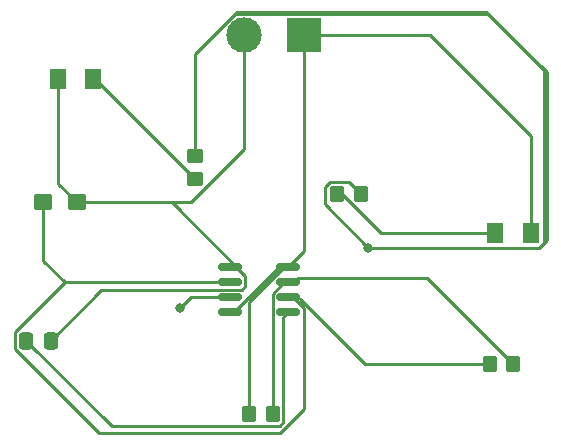
<source format=gbr>
%TF.GenerationSoftware,KiCad,Pcbnew,(6.0.10-0)*%
%TF.CreationDate,2023-02-17T16:15:26-08:00*%
%TF.ProjectId,Lab4 part2,4c616234-2070-4617-9274-322e6b696361,rev?*%
%TF.SameCoordinates,Original*%
%TF.FileFunction,Copper,L1,Top*%
%TF.FilePolarity,Positive*%
%FSLAX46Y46*%
G04 Gerber Fmt 4.6, Leading zero omitted, Abs format (unit mm)*
G04 Created by KiCad (PCBNEW (6.0.10-0)) date 2023-02-17 16:15:26*
%MOMM*%
%LPD*%
G01*
G04 APERTURE LIST*
G04 Aperture macros list*
%AMRoundRect*
0 Rectangle with rounded corners*
0 $1 Rounding radius*
0 $2 $3 $4 $5 $6 $7 $8 $9 X,Y pos of 4 corners*
0 Add a 4 corners polygon primitive as box body*
4,1,4,$2,$3,$4,$5,$6,$7,$8,$9,$2,$3,0*
0 Add four circle primitives for the rounded corners*
1,1,$1+$1,$2,$3*
1,1,$1+$1,$4,$5*
1,1,$1+$1,$6,$7*
1,1,$1+$1,$8,$9*
0 Add four rect primitives between the rounded corners*
20,1,$1+$1,$2,$3,$4,$5,0*
20,1,$1+$1,$4,$5,$6,$7,0*
20,1,$1+$1,$6,$7,$8,$9,0*
20,1,$1+$1,$8,$9,$2,$3,0*%
G04 Aperture macros list end*
%TA.AperFunction,SMDPad,CuDef*%
%ADD10RoundRect,0.250001X-0.462499X-0.624999X0.462499X-0.624999X0.462499X0.624999X-0.462499X0.624999X0*%
%TD*%
%TA.AperFunction,SMDPad,CuDef*%
%ADD11RoundRect,0.250000X-0.537500X-0.425000X0.537500X-0.425000X0.537500X0.425000X-0.537500X0.425000X0*%
%TD*%
%TA.AperFunction,ComponentPad*%
%ADD12R,3.000000X3.000000*%
%TD*%
%TA.AperFunction,ComponentPad*%
%ADD13C,3.000000*%
%TD*%
%TA.AperFunction,SMDPad,CuDef*%
%ADD14RoundRect,0.250000X0.350000X0.450000X-0.350000X0.450000X-0.350000X-0.450000X0.350000X-0.450000X0*%
%TD*%
%TA.AperFunction,SMDPad,CuDef*%
%ADD15RoundRect,0.250000X-0.350000X-0.450000X0.350000X-0.450000X0.350000X0.450000X-0.350000X0.450000X0*%
%TD*%
%TA.AperFunction,SMDPad,CuDef*%
%ADD16RoundRect,0.250000X-0.450000X0.350000X-0.450000X-0.350000X0.450000X-0.350000X0.450000X0.350000X0*%
%TD*%
%TA.AperFunction,SMDPad,CuDef*%
%ADD17RoundRect,0.250000X-0.337500X-0.475000X0.337500X-0.475000X0.337500X0.475000X-0.337500X0.475000X0*%
%TD*%
%TA.AperFunction,SMDPad,CuDef*%
%ADD18RoundRect,0.150000X-0.825000X-0.150000X0.825000X-0.150000X0.825000X0.150000X-0.825000X0.150000X0*%
%TD*%
%TA.AperFunction,ViaPad*%
%ADD19C,0.800000*%
%TD*%
%TA.AperFunction,Conductor*%
%ADD20C,0.250000*%
%TD*%
G04 APERTURE END LIST*
D10*
%TO.P,D1,1,K*%
%TO.N,Net-(D1-Pad1)*%
X159522500Y-87000000D03*
%TO.P,D1,2,A*%
%TO.N,+9V*%
X162497500Y-87000000D03*
%TD*%
D11*
%TO.P,C1,1*%
%TO.N,/pin_2*%
X121222500Y-84380000D03*
%TO.P,C1,2*%
%TO.N,GND*%
X124097500Y-84380000D03*
%TD*%
D12*
%TO.P,J1,1,Pin_1*%
%TO.N,+9V*%
X143340000Y-70210000D03*
D13*
%TO.P,J1,2,Pin_2*%
%TO.N,GND*%
X138260000Y-70210000D03*
%TD*%
D14*
%TO.P,R2,1*%
%TO.N,/pin_7*%
X161030000Y-98070000D03*
%TO.P,R2,2*%
%TO.N,/pin_2*%
X159030000Y-98070000D03*
%TD*%
D15*
%TO.P,R1,1*%
%TO.N,+9V*%
X138650000Y-102290000D03*
%TO.P,R1,2*%
%TO.N,/pin_7*%
X140650000Y-102290000D03*
%TD*%
D16*
%TO.P,R4,1*%
%TO.N,/pin_3*%
X134100000Y-80430000D03*
%TO.P,R4,2*%
%TO.N,Net-(D2-Pad2)*%
X134100000Y-82430000D03*
%TD*%
D17*
%TO.P,C2,1*%
%TO.N,Net-(C2-Pad1)*%
X119780000Y-96080000D03*
%TO.P,C2,2*%
%TO.N,GND*%
X121855000Y-96080000D03*
%TD*%
D15*
%TO.P,R3,1*%
%TO.N,Net-(D1-Pad1)*%
X146120000Y-83660000D03*
%TO.P,R3,2*%
%TO.N,/pin_3*%
X148120000Y-83660000D03*
%TD*%
D18*
%TO.P,U1,1,GND*%
%TO.N,GND*%
X137045000Y-89875000D03*
%TO.P,U1,2,TR*%
%TO.N,/pin_2*%
X137045000Y-91145000D03*
%TO.P,U1,3,Q*%
%TO.N,/pin_3*%
X137045000Y-92415000D03*
%TO.P,U1,4,R*%
%TO.N,+9V*%
X137045000Y-93685000D03*
%TO.P,U1,5,CV*%
%TO.N,Net-(C2-Pad1)*%
X141995000Y-93685000D03*
%TO.P,U1,6,THR*%
%TO.N,/pin_2*%
X141995000Y-92415000D03*
%TO.P,U1,7,DIS*%
%TO.N,/pin_7*%
X141995000Y-91145000D03*
%TO.P,U1,8,VCC*%
%TO.N,+9V*%
X141995000Y-89875000D03*
%TD*%
D10*
%TO.P,D2,1,K*%
%TO.N,GND*%
X122512500Y-73950000D03*
%TO.P,D2,2,A*%
%TO.N,Net-(D2-Pad2)*%
X125487500Y-73950000D03*
%TD*%
D19*
%TO.N,/pin_3*%
X148770000Y-88200000D03*
X132830000Y-93340000D03*
%TD*%
D20*
%TO.N,/pin_2*%
X121222500Y-84380000D02*
X121222500Y-89312500D01*
X123055000Y-91145000D02*
X137045000Y-91145000D01*
X121222500Y-89312500D02*
X123055000Y-91145000D01*
X118830000Y-95370000D02*
X123055000Y-91145000D01*
X143295000Y-101894569D02*
X141299569Y-103890000D01*
X143295000Y-93338249D02*
X143295000Y-101894569D01*
X142371751Y-92415000D02*
X143295000Y-93338249D01*
X125964327Y-103890000D02*
X118830000Y-96755673D01*
X148480000Y-98070000D02*
X142980000Y-92570000D01*
X159030000Y-98070000D02*
X148480000Y-98070000D01*
X141299569Y-103890000D02*
X125964327Y-103890000D01*
X118830000Y-96755673D02*
X118830000Y-95370000D01*
X141995000Y-92415000D02*
X142371751Y-92415000D01*
%TO.N,GND*%
X121855000Y-96080000D02*
X126165000Y-91770000D01*
X138066751Y-91770000D02*
X138345000Y-91491751D01*
X122512500Y-82795000D02*
X124097500Y-84380000D01*
X138260000Y-70210000D02*
X138260000Y-79883173D01*
X132110000Y-84380000D02*
X124097500Y-84380000D01*
X126165000Y-91770000D02*
X138066751Y-91770000D01*
X122512500Y-73950000D02*
X122512500Y-82795000D01*
X133763173Y-84380000D02*
X132110000Y-84380000D01*
X138345000Y-90615000D02*
X132110000Y-84380000D01*
X138260000Y-79883173D02*
X133763173Y-84380000D01*
X138345000Y-91491751D02*
X138345000Y-90615000D01*
%TO.N,Net-(C2-Pad1)*%
X127015000Y-103315000D02*
X119780000Y-96080000D01*
X141575000Y-102978173D02*
X141238173Y-103315000D01*
X141238173Y-103315000D02*
X127015000Y-103315000D01*
X141995000Y-93685000D02*
X141575000Y-94105000D01*
X141575000Y-94105000D02*
X141575000Y-102978173D01*
%TO.N,Net-(D1-Pad1)*%
X149846827Y-87000000D02*
X146506827Y-83660000D01*
X159522500Y-87000000D02*
X149846827Y-87000000D01*
X146506827Y-83660000D02*
X146120000Y-83660000D01*
%TO.N,+9V*%
X143340000Y-70210000D02*
X143340000Y-88530000D01*
X153940000Y-70210000D02*
X143340000Y-70210000D01*
X141995000Y-89875000D02*
X141618249Y-89875000D01*
X141231751Y-89875000D02*
X141995000Y-89875000D01*
X138650000Y-92843249D02*
X138650000Y-102290000D01*
X143340000Y-88530000D02*
X141995000Y-89875000D01*
X141618249Y-89875000D02*
X138650000Y-92843249D01*
X137045000Y-93685000D02*
X137421751Y-93685000D01*
X162497500Y-78767500D02*
X153940000Y-70210000D01*
X162497500Y-87000000D02*
X162497500Y-78767500D01*
X137421751Y-93685000D02*
X141231751Y-89875000D01*
%TO.N,Net-(D2-Pad2)*%
X125487500Y-73950000D02*
X125620000Y-73950000D01*
X125620000Y-73950000D02*
X134100000Y-82430000D01*
%TO.N,/pin_7*%
X141995000Y-91145000D02*
X141618249Y-91145000D01*
X153750000Y-90790000D02*
X142730000Y-90790000D01*
X140650000Y-92113249D02*
X140650000Y-102290000D01*
X141618249Y-91145000D02*
X140650000Y-92113249D01*
X161030000Y-98070000D02*
X153750000Y-90790000D01*
%TO.N,/pin_3*%
X163860000Y-73343604D02*
X158736396Y-68220000D01*
X137669060Y-68220000D02*
X134100000Y-71789060D01*
X133755000Y-92415000D02*
X132830000Y-93340000D01*
X158736396Y-68220000D02*
X137669060Y-68220000D01*
X163640000Y-87758172D02*
X163640000Y-73123604D01*
X137045000Y-92415000D02*
X133755000Y-92415000D01*
X158901396Y-68385000D02*
X137504060Y-68385000D01*
X163860000Y-87538172D02*
X163860000Y-73343604D01*
X145070000Y-84550000D02*
X148720000Y-88200000D01*
X163640000Y-73123604D02*
X158901396Y-68385000D01*
X148770000Y-88200000D02*
X163198172Y-88200000D01*
X147095000Y-82635000D02*
X145531827Y-82635000D01*
X148720000Y-88200000D02*
X148770000Y-88200000D01*
X145070000Y-83096827D02*
X145070000Y-84550000D01*
X148120000Y-83660000D02*
X147095000Y-82635000D01*
X134100000Y-71789060D02*
X134100000Y-80430000D01*
X145531827Y-82635000D02*
X145070000Y-83096827D01*
X163198172Y-88200000D02*
X163860000Y-87538172D01*
X163198172Y-88200000D02*
X163640000Y-87758172D01*
X137504060Y-68385000D02*
X134100000Y-71789060D01*
%TD*%
M02*

</source>
